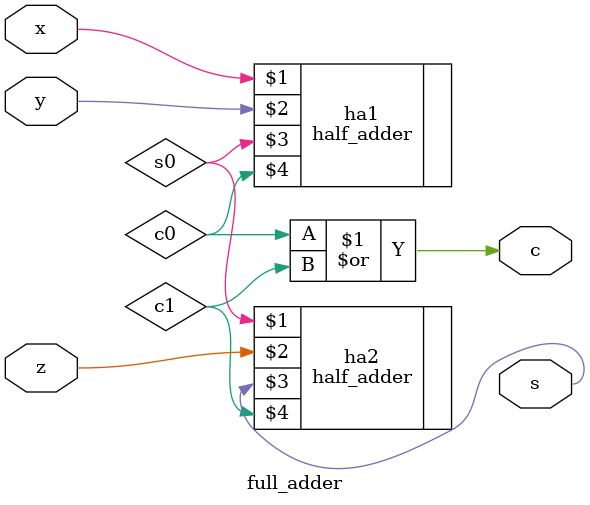
<source format=v>
`include "./half_adder.v"
module full_adder (x,y,z,s,c);
input x,y,z;
output s,c;

half_adder ha1(x,y,s0,c0);
half_adder ha2(s0,z,s,c1);
or(c,c0,c1);

endmodule
</source>
